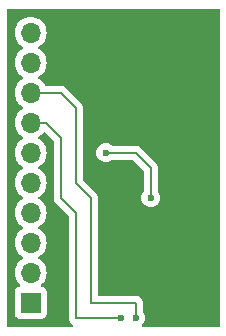
<source format=gbr>
%TF.GenerationSoftware,KiCad,Pcbnew,8.0.8*%
%TF.CreationDate,2025-01-25T22:43:36+07:00*%
%TF.ProjectId,Pton1,50746f6e-312e-46b6-9963-61645f706362,rev?*%
%TF.SameCoordinates,Original*%
%TF.FileFunction,Copper,L2,Bot*%
%TF.FilePolarity,Positive*%
%FSLAX46Y46*%
G04 Gerber Fmt 4.6, Leading zero omitted, Abs format (unit mm)*
G04 Created by KiCad (PCBNEW 8.0.8) date 2025-01-25 22:43:36*
%MOMM*%
%LPD*%
G01*
G04 APERTURE LIST*
%TA.AperFunction,ComponentPad*%
%ADD10R,1.700000X1.700000*%
%TD*%
%TA.AperFunction,ComponentPad*%
%ADD11O,1.700000X1.700000*%
%TD*%
%TA.AperFunction,ViaPad*%
%ADD12C,0.600000*%
%TD*%
%TA.AperFunction,Conductor*%
%ADD13C,0.200000*%
%TD*%
G04 APERTURE END LIST*
D10*
%TO.P,J2,1,Pin_1*%
%TO.N,/AIN3*%
X90170000Y-67310000D03*
D11*
%TO.P,J2,2,Pin_2*%
%TO.N,/AIN2*%
X90170000Y-64770000D03*
%TO.P,J2,3,Pin_3*%
%TO.N,/AIN1*%
X90170000Y-62230000D03*
%TO.P,J2,4,Pin_4*%
%TO.N,/AIN0*%
X90170000Y-59690000D03*
%TO.P,J2,5,Pin_5*%
%TO.N,/ALERT*%
X90170000Y-57150000D03*
%TO.P,J2,6,Pin_6*%
%TO.N,/ADDR*%
X90170000Y-54610000D03*
%TO.P,J2,7,Pin_7*%
%TO.N,/SDA*%
X90170000Y-52070000D03*
%TO.P,J2,8,Pin_8*%
%TO.N,/SCI*%
X90170000Y-49530000D03*
%TO.P,J2,9,Pin_9*%
%TO.N,Net-(J2-Pin_9)*%
X90170000Y-46990000D03*
%TO.P,J2,10,Pin_10*%
%TO.N,Net-(J2-Pin_10)*%
X90170000Y-44450000D03*
%TD*%
D12*
%TO.N,GND*%
X100330000Y-46990000D03*
X101600000Y-59690000D03*
X97790000Y-59690000D03*
X100330000Y-54610000D03*
%TO.N,/ADDR*%
X96520000Y-54610000D03*
X100330000Y-58420000D03*
%TO.N,/SCI*%
X99060000Y-68580000D03*
%TO.N,/SDA*%
X97790000Y-68580000D03*
%TD*%
D13*
%TO.N,/ADDR*%
X100330000Y-55880000D02*
X99060000Y-54610000D01*
X100330000Y-58420000D02*
X100330000Y-55880000D01*
X99060000Y-54610000D02*
X96520000Y-54610000D01*
%TO.N,/SCI*%
X93980000Y-57150000D02*
X93980000Y-50800000D01*
X93980000Y-50800000D02*
X92710000Y-49530000D01*
X99060000Y-68580000D02*
X99060000Y-67310000D01*
X95250000Y-67310000D02*
X95250000Y-58420000D01*
X95250000Y-58420000D02*
X93980000Y-57150000D01*
X92710000Y-49530000D02*
X90170000Y-49530000D01*
X99060000Y-67310000D02*
X95250000Y-67310000D01*
%TO.N,/SDA*%
X92710000Y-58420000D02*
X92710000Y-53340000D01*
X93980000Y-68580000D02*
X93980000Y-59690000D01*
X93980000Y-59690000D02*
X92710000Y-58420000D01*
X91440000Y-52070000D02*
X90170000Y-52070000D01*
X92710000Y-53340000D02*
X91440000Y-52070000D01*
X97790000Y-68580000D02*
X93980000Y-68580000D01*
%TD*%
%TA.AperFunction,Conductor*%
%TO.N,GND*%
G36*
X106122539Y-42430185D02*
G01*
X106168294Y-42482989D01*
X106179500Y-42534500D01*
X106179500Y-69225500D01*
X106159815Y-69292539D01*
X106107011Y-69338294D01*
X106055500Y-69349500D01*
X99721940Y-69349500D01*
X99654901Y-69329815D01*
X99609146Y-69277011D01*
X99599202Y-69207853D01*
X99628227Y-69144297D01*
X99634259Y-69137819D01*
X99653966Y-69118112D01*
X99689816Y-69082262D01*
X99785789Y-68929522D01*
X99845368Y-68759255D01*
X99856495Y-68660498D01*
X99865565Y-68580003D01*
X99865565Y-68579996D01*
X99845369Y-68400750D01*
X99845368Y-68400745D01*
X99785789Y-68230478D01*
X99771583Y-68207870D01*
X99752645Y-68177730D01*
X99689816Y-68077738D01*
X99689814Y-68077736D01*
X99689813Y-68077734D01*
X99687550Y-68074896D01*
X99686659Y-68072715D01*
X99686111Y-68071842D01*
X99686264Y-68071745D01*
X99661144Y-68010209D01*
X99660500Y-67997587D01*
X99660500Y-67230945D01*
X99660500Y-67230943D01*
X99619577Y-67078216D01*
X99619573Y-67078209D01*
X99540524Y-66941290D01*
X99540518Y-66941282D01*
X99428717Y-66829481D01*
X99428709Y-66829475D01*
X99291790Y-66750426D01*
X99291786Y-66750424D01*
X99291784Y-66750423D01*
X99139057Y-66709500D01*
X99139056Y-66709500D01*
X95974500Y-66709500D01*
X95907461Y-66689815D01*
X95861706Y-66637011D01*
X95850500Y-66585500D01*
X95850500Y-58340945D01*
X95850500Y-58340943D01*
X95809577Y-58188216D01*
X95809577Y-58188215D01*
X95780639Y-58138095D01*
X95730520Y-58051284D01*
X95618716Y-57939480D01*
X95618715Y-57939479D01*
X95614385Y-57935149D01*
X95614374Y-57935139D01*
X94616819Y-56937584D01*
X94583334Y-56876261D01*
X94580500Y-56849903D01*
X94580500Y-54609996D01*
X95714435Y-54609996D01*
X95714435Y-54610003D01*
X95734630Y-54789249D01*
X95734631Y-54789254D01*
X95794211Y-54959523D01*
X95865931Y-55073664D01*
X95890184Y-55112262D01*
X96017738Y-55239816D01*
X96170478Y-55335789D01*
X96340091Y-55395139D01*
X96340745Y-55395368D01*
X96340750Y-55395369D01*
X96519996Y-55415565D01*
X96520000Y-55415565D01*
X96520004Y-55415565D01*
X96699249Y-55395369D01*
X96699252Y-55395368D01*
X96699255Y-55395368D01*
X96869522Y-55335789D01*
X97022262Y-55239816D01*
X97022267Y-55239810D01*
X97025097Y-55237555D01*
X97027275Y-55236665D01*
X97028158Y-55236111D01*
X97028255Y-55236265D01*
X97089783Y-55211145D01*
X97102412Y-55210500D01*
X98759903Y-55210500D01*
X98826942Y-55230185D01*
X98847584Y-55246819D01*
X99693181Y-56092416D01*
X99726666Y-56153739D01*
X99729500Y-56180097D01*
X99729500Y-57837587D01*
X99709815Y-57904626D01*
X99702450Y-57914896D01*
X99700186Y-57917734D01*
X99604211Y-58070476D01*
X99544631Y-58240745D01*
X99544630Y-58240750D01*
X99524435Y-58419996D01*
X99524435Y-58420003D01*
X99544630Y-58599249D01*
X99544631Y-58599254D01*
X99604211Y-58769523D01*
X99686523Y-58900521D01*
X99700184Y-58922262D01*
X99827738Y-59049816D01*
X99980478Y-59145789D01*
X100150091Y-59205139D01*
X100150745Y-59205368D01*
X100150750Y-59205369D01*
X100329996Y-59225565D01*
X100330000Y-59225565D01*
X100330004Y-59225565D01*
X100509249Y-59205369D01*
X100509252Y-59205368D01*
X100509255Y-59205368D01*
X100679522Y-59145789D01*
X100832262Y-59049816D01*
X100959816Y-58922262D01*
X101055789Y-58769522D01*
X101115368Y-58599255D01*
X101115369Y-58599249D01*
X101135565Y-58420003D01*
X101135565Y-58419996D01*
X101115369Y-58240750D01*
X101115368Y-58240745D01*
X101091056Y-58171265D01*
X101055789Y-58070478D01*
X100959816Y-57917738D01*
X100959814Y-57917736D01*
X100959813Y-57917734D01*
X100957550Y-57914896D01*
X100956659Y-57912715D01*
X100956111Y-57911842D01*
X100956264Y-57911745D01*
X100931144Y-57850209D01*
X100930500Y-57837587D01*
X100930500Y-55800945D01*
X100930500Y-55800943D01*
X100889577Y-55648216D01*
X100889577Y-55648215D01*
X100889577Y-55648214D01*
X100860639Y-55598095D01*
X100860637Y-55598092D01*
X100810520Y-55511284D01*
X100698716Y-55399480D01*
X100698715Y-55399479D01*
X100694385Y-55395149D01*
X100694374Y-55395139D01*
X99547590Y-54248355D01*
X99547588Y-54248352D01*
X99428717Y-54129481D01*
X99428709Y-54129475D01*
X99326936Y-54070717D01*
X99326934Y-54070716D01*
X99291790Y-54050425D01*
X99291789Y-54050424D01*
X99279263Y-54047067D01*
X99139057Y-54009499D01*
X98980943Y-54009499D01*
X98973347Y-54009499D01*
X98973331Y-54009500D01*
X97102412Y-54009500D01*
X97035373Y-53989815D01*
X97025097Y-53982445D01*
X97022263Y-53980185D01*
X97022262Y-53980184D01*
X96945847Y-53932169D01*
X96869523Y-53884211D01*
X96699254Y-53824631D01*
X96699249Y-53824630D01*
X96520004Y-53804435D01*
X96519996Y-53804435D01*
X96340750Y-53824630D01*
X96340745Y-53824631D01*
X96170476Y-53884211D01*
X96017737Y-53980184D01*
X95890184Y-54107737D01*
X95794211Y-54260476D01*
X95734631Y-54430745D01*
X95734630Y-54430750D01*
X95714435Y-54609996D01*
X94580500Y-54609996D01*
X94580500Y-50720945D01*
X94580500Y-50720943D01*
X94539577Y-50568216D01*
X94539577Y-50568215D01*
X94539577Y-50568214D01*
X94510639Y-50518095D01*
X94510637Y-50518092D01*
X94460520Y-50431284D01*
X94348716Y-50319480D01*
X94348715Y-50319479D01*
X94344385Y-50315149D01*
X94344374Y-50315139D01*
X93197590Y-49168355D01*
X93197588Y-49168352D01*
X93078717Y-49049481D01*
X93078716Y-49049480D01*
X92991904Y-48999360D01*
X92991904Y-48999359D01*
X92991900Y-48999358D01*
X92941785Y-48970423D01*
X92789057Y-48929499D01*
X92630943Y-48929499D01*
X92623347Y-48929499D01*
X92623331Y-48929500D01*
X91459091Y-48929500D01*
X91392052Y-48909815D01*
X91346711Y-48857909D01*
X91344037Y-48852175D01*
X91344034Y-48852170D01*
X91344033Y-48852169D01*
X91208495Y-48658599D01*
X91208494Y-48658597D01*
X91041402Y-48491506D01*
X91041396Y-48491501D01*
X90855842Y-48361575D01*
X90812217Y-48306998D01*
X90805023Y-48237500D01*
X90836546Y-48175145D01*
X90855842Y-48158425D01*
X90878026Y-48142891D01*
X91041401Y-48028495D01*
X91208495Y-47861401D01*
X91344035Y-47667830D01*
X91443903Y-47453663D01*
X91505063Y-47225408D01*
X91525659Y-46990000D01*
X91505063Y-46754592D01*
X91443903Y-46526337D01*
X91344035Y-46312171D01*
X91208495Y-46118599D01*
X91208494Y-46118597D01*
X91041402Y-45951506D01*
X91041396Y-45951501D01*
X90855842Y-45821575D01*
X90812217Y-45766998D01*
X90805023Y-45697500D01*
X90836546Y-45635145D01*
X90855842Y-45618425D01*
X90878026Y-45602891D01*
X91041401Y-45488495D01*
X91208495Y-45321401D01*
X91344035Y-45127830D01*
X91443903Y-44913663D01*
X91505063Y-44685408D01*
X91525659Y-44450000D01*
X91505063Y-44214592D01*
X91443903Y-43986337D01*
X91344035Y-43772171D01*
X91208495Y-43578599D01*
X91208494Y-43578597D01*
X91041402Y-43411506D01*
X91041395Y-43411501D01*
X90847834Y-43275967D01*
X90847830Y-43275965D01*
X90847828Y-43275964D01*
X90633663Y-43176097D01*
X90633659Y-43176096D01*
X90633655Y-43176094D01*
X90405413Y-43114938D01*
X90405403Y-43114936D01*
X90170001Y-43094341D01*
X90169999Y-43094341D01*
X89934596Y-43114936D01*
X89934586Y-43114938D01*
X89706344Y-43176094D01*
X89706335Y-43176098D01*
X89492171Y-43275964D01*
X89492169Y-43275965D01*
X89298597Y-43411505D01*
X89131505Y-43578597D01*
X88995965Y-43772169D01*
X88995964Y-43772171D01*
X88896098Y-43986335D01*
X88896094Y-43986344D01*
X88834938Y-44214586D01*
X88834936Y-44214596D01*
X88814341Y-44449999D01*
X88814341Y-44450000D01*
X88834936Y-44685403D01*
X88834938Y-44685413D01*
X88896094Y-44913655D01*
X88896096Y-44913659D01*
X88896097Y-44913663D01*
X88995965Y-45127830D01*
X88995967Y-45127834D01*
X89131501Y-45321395D01*
X89131506Y-45321402D01*
X89298597Y-45488493D01*
X89298603Y-45488498D01*
X89484158Y-45618425D01*
X89527783Y-45673002D01*
X89534977Y-45742500D01*
X89503454Y-45804855D01*
X89484158Y-45821575D01*
X89298597Y-45951505D01*
X89131505Y-46118597D01*
X88995965Y-46312169D01*
X88995964Y-46312171D01*
X88896098Y-46526335D01*
X88896094Y-46526344D01*
X88834938Y-46754586D01*
X88834936Y-46754596D01*
X88814341Y-46989999D01*
X88814341Y-46990000D01*
X88834936Y-47225403D01*
X88834938Y-47225413D01*
X88896094Y-47453655D01*
X88896096Y-47453659D01*
X88896097Y-47453663D01*
X88995965Y-47667830D01*
X88995967Y-47667834D01*
X89131501Y-47861395D01*
X89131506Y-47861402D01*
X89298597Y-48028493D01*
X89298603Y-48028498D01*
X89484158Y-48158425D01*
X89527783Y-48213002D01*
X89534977Y-48282500D01*
X89503454Y-48344855D01*
X89484158Y-48361575D01*
X89298597Y-48491505D01*
X89131505Y-48658597D01*
X88995965Y-48852169D01*
X88995964Y-48852171D01*
X88896098Y-49066335D01*
X88896094Y-49066344D01*
X88834938Y-49294586D01*
X88834936Y-49294596D01*
X88814341Y-49529999D01*
X88814341Y-49530000D01*
X88834936Y-49765403D01*
X88834938Y-49765413D01*
X88896094Y-49993655D01*
X88896096Y-49993659D01*
X88896097Y-49993663D01*
X88968839Y-50149658D01*
X88995965Y-50207830D01*
X88995967Y-50207834D01*
X89131501Y-50401395D01*
X89131506Y-50401402D01*
X89298597Y-50568493D01*
X89298603Y-50568498D01*
X89484158Y-50698425D01*
X89527783Y-50753002D01*
X89534977Y-50822500D01*
X89503454Y-50884855D01*
X89484158Y-50901575D01*
X89298597Y-51031505D01*
X89131505Y-51198597D01*
X88995965Y-51392169D01*
X88995964Y-51392171D01*
X88896098Y-51606335D01*
X88896094Y-51606344D01*
X88834938Y-51834586D01*
X88834936Y-51834596D01*
X88814341Y-52069999D01*
X88814341Y-52070000D01*
X88834936Y-52305403D01*
X88834938Y-52305413D01*
X88896094Y-52533655D01*
X88896096Y-52533659D01*
X88896097Y-52533663D01*
X88995965Y-52747830D01*
X88995967Y-52747834D01*
X89081249Y-52869628D01*
X89122079Y-52927940D01*
X89131501Y-52941395D01*
X89131506Y-52941402D01*
X89298597Y-53108493D01*
X89298603Y-53108498D01*
X89484158Y-53238425D01*
X89527783Y-53293002D01*
X89534977Y-53362500D01*
X89503454Y-53424855D01*
X89484158Y-53441575D01*
X89298597Y-53571505D01*
X89131505Y-53738597D01*
X88995965Y-53932169D01*
X88995964Y-53932171D01*
X88896098Y-54146335D01*
X88896094Y-54146344D01*
X88834938Y-54374586D01*
X88834936Y-54374596D01*
X88814341Y-54609999D01*
X88814341Y-54610000D01*
X88834936Y-54845403D01*
X88834938Y-54845413D01*
X88896094Y-55073655D01*
X88896096Y-55073659D01*
X88896097Y-55073663D01*
X88960206Y-55211145D01*
X88995965Y-55287830D01*
X88995967Y-55287834D01*
X89131501Y-55481395D01*
X89131506Y-55481402D01*
X89298597Y-55648493D01*
X89298603Y-55648498D01*
X89484158Y-55778425D01*
X89527783Y-55833002D01*
X89534977Y-55902500D01*
X89503454Y-55964855D01*
X89484158Y-55981575D01*
X89298597Y-56111505D01*
X89131505Y-56278597D01*
X88995965Y-56472169D01*
X88995964Y-56472171D01*
X88896098Y-56686335D01*
X88896094Y-56686344D01*
X88834938Y-56914586D01*
X88834936Y-56914596D01*
X88814341Y-57149999D01*
X88814341Y-57150000D01*
X88834936Y-57385403D01*
X88834938Y-57385413D01*
X88896094Y-57613655D01*
X88896096Y-57613659D01*
X88896097Y-57613663D01*
X88995965Y-57827830D01*
X88995967Y-57827834D01*
X89131501Y-58021395D01*
X89131506Y-58021402D01*
X89298597Y-58188493D01*
X89298603Y-58188498D01*
X89484158Y-58318425D01*
X89527783Y-58373002D01*
X89534977Y-58442500D01*
X89503454Y-58504855D01*
X89484158Y-58521575D01*
X89298597Y-58651505D01*
X89131505Y-58818597D01*
X88995965Y-59012169D01*
X88995964Y-59012171D01*
X88896098Y-59226335D01*
X88896094Y-59226344D01*
X88834938Y-59454586D01*
X88834936Y-59454596D01*
X88814341Y-59689999D01*
X88814341Y-59690000D01*
X88834936Y-59925403D01*
X88834938Y-59925413D01*
X88896094Y-60153655D01*
X88896096Y-60153659D01*
X88896097Y-60153663D01*
X88995965Y-60367830D01*
X88995967Y-60367834D01*
X89131501Y-60561395D01*
X89131506Y-60561402D01*
X89298597Y-60728493D01*
X89298603Y-60728498D01*
X89484158Y-60858425D01*
X89527783Y-60913002D01*
X89534977Y-60982500D01*
X89503454Y-61044855D01*
X89484158Y-61061575D01*
X89298597Y-61191505D01*
X89131505Y-61358597D01*
X88995965Y-61552169D01*
X88995964Y-61552171D01*
X88896098Y-61766335D01*
X88896094Y-61766344D01*
X88834938Y-61994586D01*
X88834936Y-61994596D01*
X88814341Y-62229999D01*
X88814341Y-62230000D01*
X88834936Y-62465403D01*
X88834938Y-62465413D01*
X88896094Y-62693655D01*
X88896096Y-62693659D01*
X88896097Y-62693663D01*
X88995965Y-62907830D01*
X88995967Y-62907834D01*
X89131501Y-63101395D01*
X89131506Y-63101402D01*
X89298597Y-63268493D01*
X89298603Y-63268498D01*
X89484158Y-63398425D01*
X89527783Y-63453002D01*
X89534977Y-63522500D01*
X89503454Y-63584855D01*
X89484158Y-63601575D01*
X89298597Y-63731505D01*
X89131505Y-63898597D01*
X88995965Y-64092169D01*
X88995964Y-64092171D01*
X88896098Y-64306335D01*
X88896094Y-64306344D01*
X88834938Y-64534586D01*
X88834936Y-64534596D01*
X88814341Y-64769999D01*
X88814341Y-64770000D01*
X88834936Y-65005403D01*
X88834938Y-65005413D01*
X88896094Y-65233655D01*
X88896096Y-65233659D01*
X88896097Y-65233663D01*
X88995965Y-65447830D01*
X88995967Y-65447834D01*
X89104281Y-65602521D01*
X89131501Y-65641396D01*
X89131506Y-65641402D01*
X89253430Y-65763326D01*
X89286915Y-65824649D01*
X89281931Y-65894341D01*
X89240059Y-65950274D01*
X89209083Y-65967189D01*
X89077669Y-66016203D01*
X89077664Y-66016206D01*
X88962455Y-66102452D01*
X88962452Y-66102455D01*
X88876206Y-66217664D01*
X88876202Y-66217671D01*
X88825908Y-66352517D01*
X88819501Y-66412116D01*
X88819501Y-66412123D01*
X88819500Y-66412135D01*
X88819500Y-68207870D01*
X88819501Y-68207876D01*
X88825908Y-68267483D01*
X88876202Y-68402328D01*
X88876206Y-68402335D01*
X88962452Y-68517544D01*
X88962455Y-68517547D01*
X89077664Y-68603793D01*
X89077671Y-68603797D01*
X89212517Y-68654091D01*
X89212516Y-68654091D01*
X89219444Y-68654835D01*
X89272127Y-68660500D01*
X91067872Y-68660499D01*
X91127483Y-68654091D01*
X91262331Y-68603796D01*
X91377546Y-68517546D01*
X91463796Y-68402331D01*
X91514091Y-68267483D01*
X91520500Y-68207873D01*
X91520499Y-66412128D01*
X91514091Y-66352517D01*
X91463796Y-66217669D01*
X91463795Y-66217668D01*
X91463793Y-66217664D01*
X91377547Y-66102455D01*
X91377544Y-66102452D01*
X91262335Y-66016206D01*
X91262328Y-66016202D01*
X91130917Y-65967189D01*
X91074983Y-65925318D01*
X91050566Y-65859853D01*
X91065418Y-65791580D01*
X91086563Y-65763332D01*
X91208495Y-65641401D01*
X91344035Y-65447830D01*
X91443903Y-65233663D01*
X91505063Y-65005408D01*
X91525659Y-64770000D01*
X91505063Y-64534592D01*
X91443903Y-64306337D01*
X91344035Y-64092171D01*
X91208495Y-63898599D01*
X91208494Y-63898597D01*
X91041402Y-63731506D01*
X91041396Y-63731501D01*
X90855842Y-63601575D01*
X90812217Y-63546998D01*
X90805023Y-63477500D01*
X90836546Y-63415145D01*
X90855842Y-63398425D01*
X90878026Y-63382891D01*
X91041401Y-63268495D01*
X91208495Y-63101401D01*
X91344035Y-62907830D01*
X91443903Y-62693663D01*
X91505063Y-62465408D01*
X91525659Y-62230000D01*
X91505063Y-61994592D01*
X91443903Y-61766337D01*
X91344035Y-61552171D01*
X91208495Y-61358599D01*
X91208494Y-61358597D01*
X91041402Y-61191506D01*
X91041396Y-61191501D01*
X90855842Y-61061575D01*
X90812217Y-61006998D01*
X90805023Y-60937500D01*
X90836546Y-60875145D01*
X90855842Y-60858425D01*
X90878026Y-60842891D01*
X91041401Y-60728495D01*
X91208495Y-60561401D01*
X91344035Y-60367830D01*
X91443903Y-60153663D01*
X91505063Y-59925408D01*
X91525659Y-59690000D01*
X91505063Y-59454592D01*
X91443903Y-59226337D01*
X91344035Y-59012171D01*
X91281081Y-58922262D01*
X91208494Y-58818597D01*
X91041402Y-58651506D01*
X91041396Y-58651501D01*
X90855842Y-58521575D01*
X90812217Y-58466998D01*
X90805023Y-58397500D01*
X90836546Y-58335145D01*
X90855842Y-58318425D01*
X91020174Y-58203358D01*
X91041401Y-58188495D01*
X91208495Y-58021401D01*
X91344035Y-57827830D01*
X91443903Y-57613663D01*
X91505063Y-57385408D01*
X91525659Y-57150000D01*
X91505063Y-56914592D01*
X91443903Y-56686337D01*
X91344035Y-56472171D01*
X91208495Y-56278599D01*
X91208494Y-56278597D01*
X91041402Y-56111506D01*
X91041396Y-56111501D01*
X90855842Y-55981575D01*
X90812217Y-55926998D01*
X90805023Y-55857500D01*
X90836546Y-55795145D01*
X90855842Y-55778425D01*
X90878026Y-55762891D01*
X91041401Y-55648495D01*
X91208495Y-55481401D01*
X91344035Y-55287830D01*
X91443903Y-55073663D01*
X91505063Y-54845408D01*
X91525659Y-54610000D01*
X91505063Y-54374592D01*
X91443903Y-54146337D01*
X91344035Y-53932171D01*
X91310454Y-53884211D01*
X91208494Y-53738597D01*
X91041402Y-53571506D01*
X91041396Y-53571501D01*
X90855842Y-53441575D01*
X90812217Y-53386998D01*
X90805023Y-53317500D01*
X90836546Y-53255145D01*
X90855842Y-53238425D01*
X90878026Y-53222891D01*
X91041401Y-53108495D01*
X91208495Y-52941401D01*
X91228204Y-52913252D01*
X91282779Y-52869628D01*
X91352277Y-52862434D01*
X91414633Y-52893955D01*
X91417460Y-52896695D01*
X92073181Y-53552416D01*
X92106666Y-53613739D01*
X92109500Y-53640097D01*
X92109500Y-58333330D01*
X92109499Y-58333348D01*
X92109499Y-58499054D01*
X92109498Y-58499054D01*
X92150423Y-58651787D01*
X92150424Y-58651788D01*
X92172198Y-58689501D01*
X92229475Y-58788709D01*
X92229481Y-58788717D01*
X92348349Y-58907585D01*
X92348355Y-58907590D01*
X93343181Y-59902416D01*
X93376666Y-59963739D01*
X93379500Y-59990097D01*
X93379500Y-68500943D01*
X93379500Y-68659057D01*
X93406347Y-68759249D01*
X93420423Y-68811783D01*
X93420426Y-68811790D01*
X93499475Y-68948709D01*
X93499479Y-68948714D01*
X93499480Y-68948716D01*
X93611284Y-69060520D01*
X93711038Y-69118113D01*
X93759254Y-69168679D01*
X93772478Y-69237286D01*
X93746510Y-69302151D01*
X93689596Y-69342680D01*
X93649039Y-69349500D01*
X88254500Y-69349500D01*
X88187461Y-69329815D01*
X88141706Y-69277011D01*
X88130500Y-69225500D01*
X88130500Y-42534500D01*
X88150185Y-42467461D01*
X88202989Y-42421706D01*
X88254500Y-42410500D01*
X106055500Y-42410500D01*
X106122539Y-42430185D01*
G37*
%TD.AperFunction*%
%TD*%
M02*

</source>
